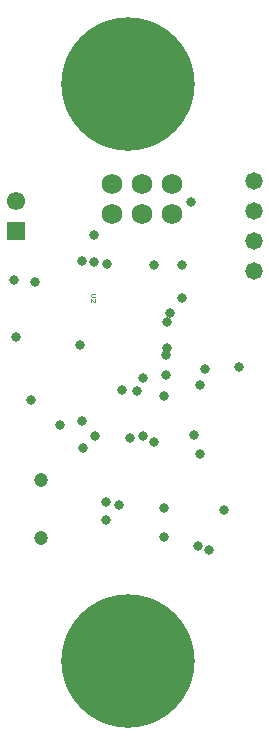
<source format=gbs>
G04*
G04 #@! TF.GenerationSoftware,Altium Limited,Altium Designer,21.7.2 (23)*
G04*
G04 Layer_Color=16711935*
%FSLAX25Y25*%
%MOIN*%
G70*
G04*
G04 #@! TF.SameCoordinates,CA949D71-B4BB-4DE7-8204-7DD0AF16861B*
G04*
G04*
G04 #@! TF.FilePolarity,Negative*
G04*
G01*
G75*
%ADD15C,0.00236*%
%ADD28C,0.44500*%
%ADD29C,0.04737*%
%ADD30C,0.06102*%
%ADD31R,0.06102X0.06102*%
%ADD32C,0.06800*%
%ADD33C,0.03200*%
%ADD34C,0.05800*%
D15*
X155074Y200500D02*
X153762D01*
X153500Y200238D01*
Y199713D01*
X153762Y199451D01*
X155074D01*
X153500Y197876D02*
Y198926D01*
X154550Y197876D01*
X154812D01*
X155074Y198139D01*
Y198663D01*
X154812Y198926D01*
D28*
X166000Y78000D02*
D03*
Y270500D02*
D03*
D29*
X137000Y138500D02*
D03*
Y119287D02*
D03*
D30*
X128433Y231421D02*
D03*
D31*
Y221579D02*
D03*
D32*
X160500Y227000D02*
D03*
X170500D02*
D03*
X180500D02*
D03*
Y237000D02*
D03*
X170500D02*
D03*
X160500D02*
D03*
D33*
X143335Y156838D02*
D03*
X133500Y165000D02*
D03*
X154500Y220000D02*
D03*
Y211000D02*
D03*
X164000Y168500D02*
D03*
X180000Y194000D02*
D03*
X179000Y191000D02*
D03*
X178500Y180000D02*
D03*
X179000Y182500D02*
D03*
X178500Y173500D02*
D03*
X198000Y128500D02*
D03*
X193000Y115000D02*
D03*
X189196Y116501D02*
D03*
X158500Y131000D02*
D03*
X163000Y130000D02*
D03*
X178000Y129000D02*
D03*
Y166500D02*
D03*
X190000Y170000D02*
D03*
X128500Y186000D02*
D03*
X128000Y205000D02*
D03*
X187016Y231300D02*
D03*
X184000Y210000D02*
D03*
X191500Y175500D02*
D03*
X174500Y210000D02*
D03*
Y151000D02*
D03*
X171000Y172500D02*
D03*
X169000Y168000D02*
D03*
X171000Y153000D02*
D03*
X166500Y152500D02*
D03*
X150500Y211500D02*
D03*
X202923Y176309D02*
D03*
X190000Y147000D02*
D03*
X188000Y153500D02*
D03*
X155000Y153000D02*
D03*
X151000Y149000D02*
D03*
X184000Y199000D02*
D03*
X150000Y183500D02*
D03*
X159000Y210500D02*
D03*
X135000Y204500D02*
D03*
X178000Y119500D02*
D03*
X158500Y125000D02*
D03*
X150500Y158000D02*
D03*
D34*
X208000Y238000D02*
D03*
Y228000D02*
D03*
Y218000D02*
D03*
Y208000D02*
D03*
M02*

</source>
